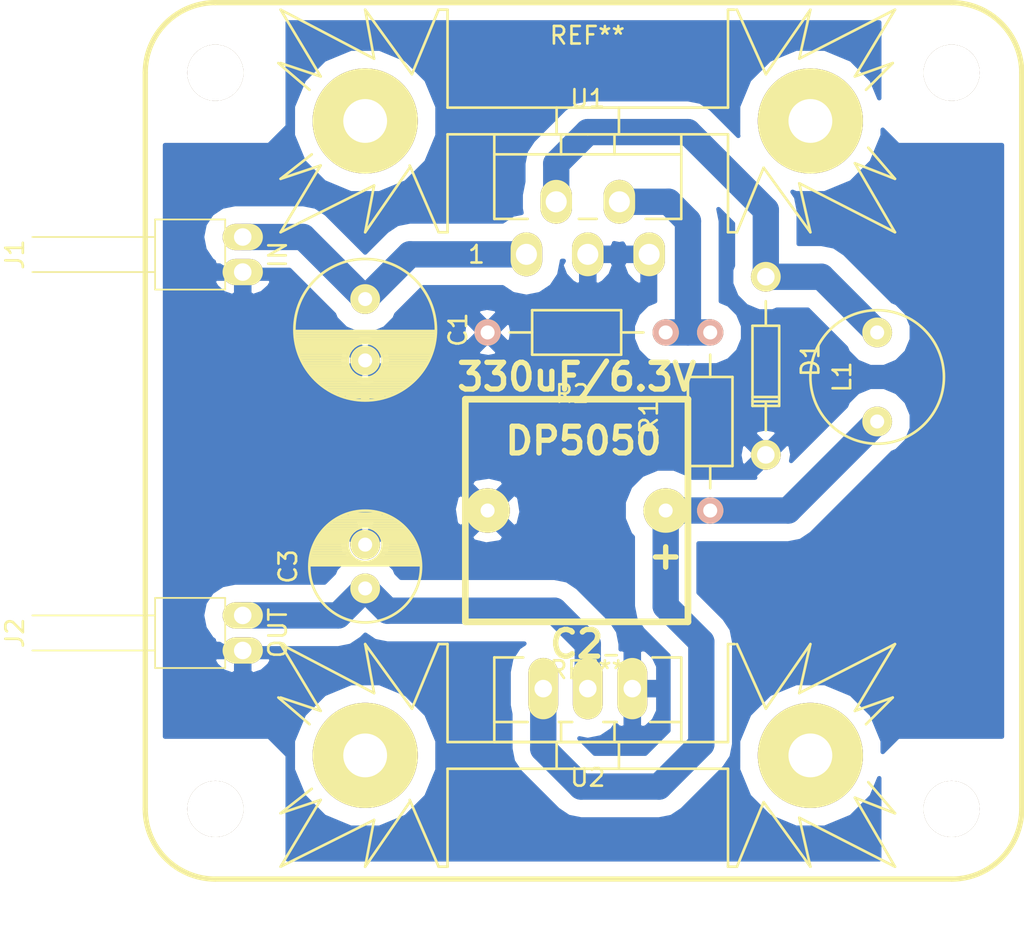
<source format=kicad_pcb>
(kicad_pcb (version 4) (host pcbnew "(2015-06-16 BZR 5762, Git d3b3131)-product")

  (general
    (links 20)
    (no_connects 0)
    (area 21.427857 24.648919 80.351081 77.995)
    (thickness 1.6)
    (drawings 0)
    (tracks 32)
    (zones 0)
    (modules 14)
    (nets 7)
  )

  (page A4)
  (layers
    (0 F.Cu signal)
    (31 B.Cu signal)
    (32 B.Adhes user)
    (33 F.Adhes user)
    (34 B.Paste user)
    (35 F.Paste user)
    (36 B.SilkS user)
    (37 F.SilkS user)
    (38 B.Mask user)
    (39 F.Mask user)
    (40 Dwgs.User user)
    (41 Cmts.User user)
    (42 Eco1.User user)
    (43 Eco2.User user)
    (44 Edge.Cuts user)
    (45 Margin user)
    (46 B.CrtYd user)
    (47 F.CrtYd user)
    (48 B.Fab user)
    (49 F.Fab user)
  )

  (setup
    (last_trace_width 0.25)
    (user_trace_width 0.5)
    (user_trace_width 1)
    (user_trace_width 1.5)
    (user_trace_width 2)
    (trace_clearance 0.2)
    (zone_clearance 1)
    (zone_45_only no)
    (trace_min 0.2)
    (segment_width 0.2)
    (edge_width 0.1)
    (via_size 0.6)
    (via_drill 0.4)
    (via_min_size 0.4)
    (via_min_drill 0.3)
    (uvia_size 0.3)
    (uvia_drill 0.1)
    (uvias_allowed no)
    (uvia_min_size 0.2)
    (uvia_min_drill 0.1)
    (pcb_text_width 0.3)
    (pcb_text_size 1.5 1.5)
    (mod_edge_width 0.15)
    (mod_text_size 1 1)
    (mod_text_width 0.15)
    (pad_size 6 6)
    (pad_drill 3.2004)
    (pad_to_mask_clearance 0)
    (aux_axis_origin 0 0)
    (visible_elements 7FFFFFFF)
    (pcbplotparams
      (layerselection 0x00030_80000001)
      (usegerberextensions false)
      (excludeedgelayer true)
      (linewidth 0.100000)
      (plotframeref false)
      (viasonmask false)
      (mode 1)
      (useauxorigin false)
      (hpglpennumber 1)
      (hpglpenspeed 20)
      (hpglpendiameter 15)
      (hpglpenoverlay 2)
      (psnegative false)
      (psa4output false)
      (plotreference true)
      (plotvalue true)
      (plotinvisibletext false)
      (padsonsilk false)
      (subtractmaskfromsilk false)
      (outputformat 1)
      (mirror false)
      (drillshape 1)
      (scaleselection 1)
      (outputdirectory ""))
  )

  (net 0 "")
  (net 1 GND)
  (net 2 "Net-(C1-Pad1)")
  (net 3 "Net-(C2-Pad1)")
  (net 4 "Net-(C3-Pad1)")
  (net 5 "Net-(D1-Pad2)")
  (net 6 "Net-(R1-Pad2)")

  (net_class Default "This is the default net class."
    (clearance 0.2)
    (trace_width 0.25)
    (via_dia 0.6)
    (via_drill 0.4)
    (uvia_dia 0.3)
    (uvia_drill 0.1)
    (add_net GND)
    (add_net "Net-(C1-Pad1)")
    (add_net "Net-(C2-Pad1)")
    (add_net "Net-(C3-Pad1)")
    (add_net "Net-(D1-Pad2)")
    (add_net "Net-(R1-Pad2)")
  )

  (module Capacitors_ThroughHole:C_Radial_D8_L11.5_P3.5 (layer F.Cu) (tedit 56036A60) (tstamp 5602F745)
    (at 42.545 41.91 270)
    (descr "Radial Electrolytic Capacitor Diameter 8mm x Length 11.5mm, Pitch 3.5mm")
    (tags "Electrolytic Capacitor")
    (path /5602186D)
    (fp_text reference C1 (at 1.75 -5.3 270) (layer F.SilkS)
      (effects (font (size 1 1) (thickness 0.15)))
    )
    (fp_text value 100uF/63V (at 1.75 5.3 270) (layer F.Fab)
      (effects (font (size 1 1) (thickness 0.15)))
    )
    (fp_line (start 1.825 -3.999) (end 1.825 3.999) (layer F.SilkS) (width 0.15))
    (fp_line (start 1.965 -3.994) (end 1.965 3.994) (layer F.SilkS) (width 0.15))
    (fp_line (start 2.105 -3.984) (end 2.105 3.984) (layer F.SilkS) (width 0.15))
    (fp_line (start 2.245 -3.969) (end 2.245 3.969) (layer F.SilkS) (width 0.15))
    (fp_line (start 2.385 -3.949) (end 2.385 3.949) (layer F.SilkS) (width 0.15))
    (fp_line (start 2.525 -3.924) (end 2.525 -0.222) (layer F.SilkS) (width 0.15))
    (fp_line (start 2.525 0.222) (end 2.525 3.924) (layer F.SilkS) (width 0.15))
    (fp_line (start 2.665 -3.894) (end 2.665 -0.55) (layer F.SilkS) (width 0.15))
    (fp_line (start 2.665 0.55) (end 2.665 3.894) (layer F.SilkS) (width 0.15))
    (fp_line (start 2.805 -3.858) (end 2.805 -0.719) (layer F.SilkS) (width 0.15))
    (fp_line (start 2.805 0.719) (end 2.805 3.858) (layer F.SilkS) (width 0.15))
    (fp_line (start 2.945 -3.817) (end 2.945 -0.832) (layer F.SilkS) (width 0.15))
    (fp_line (start 2.945 0.832) (end 2.945 3.817) (layer F.SilkS) (width 0.15))
    (fp_line (start 3.085 -3.771) (end 3.085 -0.91) (layer F.SilkS) (width 0.15))
    (fp_line (start 3.085 0.91) (end 3.085 3.771) (layer F.SilkS) (width 0.15))
    (fp_line (start 3.225 -3.718) (end 3.225 -0.961) (layer F.SilkS) (width 0.15))
    (fp_line (start 3.225 0.961) (end 3.225 3.718) (layer F.SilkS) (width 0.15))
    (fp_line (start 3.365 -3.659) (end 3.365 -0.991) (layer F.SilkS) (width 0.15))
    (fp_line (start 3.365 0.991) (end 3.365 3.659) (layer F.SilkS) (width 0.15))
    (fp_line (start 3.505 -3.594) (end 3.505 -1) (layer F.SilkS) (width 0.15))
    (fp_line (start 3.505 1) (end 3.505 3.594) (layer F.SilkS) (width 0.15))
    (fp_line (start 3.645 -3.523) (end 3.645 -0.989) (layer F.SilkS) (width 0.15))
    (fp_line (start 3.645 0.989) (end 3.645 3.523) (layer F.SilkS) (width 0.15))
    (fp_line (start 3.785 -3.444) (end 3.785 -0.959) (layer F.SilkS) (width 0.15))
    (fp_line (start 3.785 0.959) (end 3.785 3.444) (layer F.SilkS) (width 0.15))
    (fp_line (start 3.925 -3.357) (end 3.925 -0.905) (layer F.SilkS) (width 0.15))
    (fp_line (start 3.925 0.905) (end 3.925 3.357) (layer F.SilkS) (width 0.15))
    (fp_line (start 4.065 -3.262) (end 4.065 -0.825) (layer F.SilkS) (width 0.15))
    (fp_line (start 4.065 0.825) (end 4.065 3.262) (layer F.SilkS) (width 0.15))
    (fp_line (start 4.205 -3.158) (end 4.205 -0.709) (layer F.SilkS) (width 0.15))
    (fp_line (start 4.205 0.709) (end 4.205 3.158) (layer F.SilkS) (width 0.15))
    (fp_line (start 4.345 -3.044) (end 4.345 -0.535) (layer F.SilkS) (width 0.15))
    (fp_line (start 4.345 0.535) (end 4.345 3.044) (layer F.SilkS) (width 0.15))
    (fp_line (start 4.485 -2.919) (end 4.485 -0.173) (layer F.SilkS) (width 0.15))
    (fp_line (start 4.485 0.173) (end 4.485 2.919) (layer F.SilkS) (width 0.15))
    (fp_line (start 4.625 -2.781) (end 4.625 2.781) (layer F.SilkS) (width 0.15))
    (fp_line (start 4.765 -2.629) (end 4.765 2.629) (layer F.SilkS) (width 0.15))
    (fp_line (start 4.905 -2.459) (end 4.905 2.459) (layer F.SilkS) (width 0.15))
    (fp_line (start 5.045 -2.268) (end 5.045 2.268) (layer F.SilkS) (width 0.15))
    (fp_line (start 5.185 -2.05) (end 5.185 2.05) (layer F.SilkS) (width 0.15))
    (fp_line (start 5.325 -1.794) (end 5.325 1.794) (layer F.SilkS) (width 0.15))
    (fp_line (start 5.465 -1.483) (end 5.465 1.483) (layer F.SilkS) (width 0.15))
    (fp_line (start 5.605 -1.067) (end 5.605 1.067) (layer F.SilkS) (width 0.15))
    (fp_line (start 5.745 -0.2) (end 5.745 0.2) (layer F.SilkS) (width 0.15))
    (fp_circle (center 3.5 0) (end 3.5 -1) (layer F.SilkS) (width 0.15))
    (fp_circle (center 1.75 0) (end 1.75 -4.0375) (layer F.SilkS) (width 0.15))
    (fp_circle (center 1.75 0) (end 1.75 -4.3) (layer F.CrtYd) (width 0.05))
    (pad 2 thru_hole circle (at 3.5 0 270) (size 1.7 1.7) (drill 0.8) (layers *.Cu *.Mask F.SilkS)
      (net 1 GND))
    (pad 1 thru_hole circle (at 0 0 270) (size 1.7 1.7) (drill 0.8) (layers *.Cu *.Mask F.SilkS)
      (net 2 "Net-(C1-Pad1)"))
    (model Capacitors_ThroughHole.3dshapes/C_Radial_D8_L11.5_P3.5.wrl
      (at (xyz 0 0 0))
      (scale (xyz 1 1 1))
      (rotate (xyz 0 0 0))
    )
  )

  (module suf_capacitor:C4P_5X5 (layer F.Cu) (tedit 4AD8C16D) (tstamp 5602F750)
    (at 54.61 53.975 180)
    (path /560221F1)
    (fp_text reference C2 (at 0 -7.62 180) (layer F.SilkS)
      (effects (font (thickness 0.3048)))
    )
    (fp_text value 330uF/6.3V (at 0 7.62 180) (layer F.SilkS)
      (effects (font (thickness 0.3048)))
    )
    (fp_text user + (at -5.08 -2.54 180) (layer F.SilkS)
      (effects (font (thickness 0.3048)))
    )
    (fp_line (start -6.35 -6.35) (end 6.35 -6.35) (layer F.SilkS) (width 0.381))
    (fp_line (start 6.35 -6.35) (end 6.35 6.35) (layer F.SilkS) (width 0.381))
    (fp_line (start 6.35 6.35) (end -6.35 6.35) (layer F.SilkS) (width 0.381))
    (fp_line (start -6.35 6.35) (end -6.35 -6.35) (layer F.SilkS) (width 0.381))
    (pad 1 thru_hole circle (at -5.08 0 180) (size 2.54 2.54) (drill 0.8001) (layers *.Cu *.Mask F.SilkS)
      (net 3 "Net-(C2-Pad1)"))
    (pad 2 thru_hole circle (at 5.08 0 180) (size 2.54 2.54) (drill 0.8001) (layers *.Cu *.Mask F.SilkS)
      (net 1 GND))
  )

  (module Capacitors_ThroughHole:C_Radial_D6.3_L11.2_P2.5 (layer F.Cu) (tedit 56036A7D) (tstamp 5602F77D)
    (at 42.545 58.42 90)
    (descr "Radial Electrolytic Capacitor, Diameter 6.3mm x Length 11.2mm, Pitch 2.5mm")
    (tags "Electrolytic Capacitor")
    (path /56021A70)
    (fp_text reference C3 (at 1.25 -4.4 90) (layer F.SilkS)
      (effects (font (size 1 1) (thickness 0.15)))
    )
    (fp_text value 10uF/6,3V (at 1.25 4.4 90) (layer F.Fab)
      (effects (font (size 1 1) (thickness 0.15)))
    )
    (fp_line (start 1.325 -3.149) (end 1.325 3.149) (layer F.SilkS) (width 0.15))
    (fp_line (start 1.465 -3.143) (end 1.465 3.143) (layer F.SilkS) (width 0.15))
    (fp_line (start 1.605 -3.13) (end 1.605 -0.446) (layer F.SilkS) (width 0.15))
    (fp_line (start 1.605 0.446) (end 1.605 3.13) (layer F.SilkS) (width 0.15))
    (fp_line (start 1.745 -3.111) (end 1.745 -0.656) (layer F.SilkS) (width 0.15))
    (fp_line (start 1.745 0.656) (end 1.745 3.111) (layer F.SilkS) (width 0.15))
    (fp_line (start 1.885 -3.085) (end 1.885 -0.789) (layer F.SilkS) (width 0.15))
    (fp_line (start 1.885 0.789) (end 1.885 3.085) (layer F.SilkS) (width 0.15))
    (fp_line (start 2.025 -3.053) (end 2.025 -0.88) (layer F.SilkS) (width 0.15))
    (fp_line (start 2.025 0.88) (end 2.025 3.053) (layer F.SilkS) (width 0.15))
    (fp_line (start 2.165 -3.014) (end 2.165 -0.942) (layer F.SilkS) (width 0.15))
    (fp_line (start 2.165 0.942) (end 2.165 3.014) (layer F.SilkS) (width 0.15))
    (fp_line (start 2.305 -2.968) (end 2.305 -0.981) (layer F.SilkS) (width 0.15))
    (fp_line (start 2.305 0.981) (end 2.305 2.968) (layer F.SilkS) (width 0.15))
    (fp_line (start 2.445 -2.915) (end 2.445 -0.998) (layer F.SilkS) (width 0.15))
    (fp_line (start 2.445 0.998) (end 2.445 2.915) (layer F.SilkS) (width 0.15))
    (fp_line (start 2.585 -2.853) (end 2.585 -0.996) (layer F.SilkS) (width 0.15))
    (fp_line (start 2.585 0.996) (end 2.585 2.853) (layer F.SilkS) (width 0.15))
    (fp_line (start 2.725 -2.783) (end 2.725 -0.974) (layer F.SilkS) (width 0.15))
    (fp_line (start 2.725 0.974) (end 2.725 2.783) (layer F.SilkS) (width 0.15))
    (fp_line (start 2.865 -2.704) (end 2.865 -0.931) (layer F.SilkS) (width 0.15))
    (fp_line (start 2.865 0.931) (end 2.865 2.704) (layer F.SilkS) (width 0.15))
    (fp_line (start 3.005 -2.616) (end 3.005 -0.863) (layer F.SilkS) (width 0.15))
    (fp_line (start 3.005 0.863) (end 3.005 2.616) (layer F.SilkS) (width 0.15))
    (fp_line (start 3.145 -2.516) (end 3.145 -0.764) (layer F.SilkS) (width 0.15))
    (fp_line (start 3.145 0.764) (end 3.145 2.516) (layer F.SilkS) (width 0.15))
    (fp_line (start 3.285 -2.404) (end 3.285 -0.619) (layer F.SilkS) (width 0.15))
    (fp_line (start 3.285 0.619) (end 3.285 2.404) (layer F.SilkS) (width 0.15))
    (fp_line (start 3.425 -2.279) (end 3.425 -0.38) (layer F.SilkS) (width 0.15))
    (fp_line (start 3.425 0.38) (end 3.425 2.279) (layer F.SilkS) (width 0.15))
    (fp_line (start 3.565 -2.136) (end 3.565 2.136) (layer F.SilkS) (width 0.15))
    (fp_line (start 3.705 -1.974) (end 3.705 1.974) (layer F.SilkS) (width 0.15))
    (fp_line (start 3.845 -1.786) (end 3.845 1.786) (layer F.SilkS) (width 0.15))
    (fp_line (start 3.985 -1.563) (end 3.985 1.563) (layer F.SilkS) (width 0.15))
    (fp_line (start 4.125 -1.287) (end 4.125 1.287) (layer F.SilkS) (width 0.15))
    (fp_line (start 4.265 -0.912) (end 4.265 0.912) (layer F.SilkS) (width 0.15))
    (fp_circle (center 2.5 0) (end 2.5 -1) (layer F.SilkS) (width 0.15))
    (fp_circle (center 1.25 0) (end 1.25 -3.1875) (layer F.SilkS) (width 0.15))
    (fp_circle (center 1.25 0) (end 1.25 -3.4) (layer F.CrtYd) (width 0.05))
    (pad 2 thru_hole circle (at 2.5 0 90) (size 1.7 1.7) (drill 0.8) (layers *.Cu *.Mask F.SilkS)
      (net 1 GND))
    (pad 1 thru_hole circle (at 0 0 90) (size 1.7 1.7) (drill 0.8) (layers *.Cu *.Mask F.SilkS)
      (net 4 "Net-(C3-Pad1)"))
    (model Capacitors_ThroughHole.3dshapes/C_Radial_D6.3_L11.2_P2.5.wrl
      (at (xyz 0 0 0))
      (scale (xyz 1 1 1))
      (rotate (xyz 0 0 0))
    )
  )

  (module Diodes_ThroughHole:Diode_DO-35_SOD27_Horizontal_RM10 (layer F.Cu) (tedit 56061C1A) (tstamp 5602F783)
    (at 65.405 50.8 90)
    (descr "Diode, DO-35,  SOD27, Horizontal, RM 10mm")
    (tags "Diode, DO-35, SOD27, Horizontal, RM 10mm, 1N4148,")
    (path /56022153)
    (fp_text reference D1 (at 5.43052 2.53746 90) (layer F.SilkS)
      (effects (font (size 1 1) (thickness 0.15)))
    )
    (fp_text value 1N5819 (at 4.8 0.595 90) (layer F.Fab)
      (effects (font (size 1 1) (thickness 0.15)))
    )
    (fp_line (start 7.36652 -0.00254) (end 8.76352 -0.00254) (layer F.SilkS) (width 0.15))
    (fp_line (start 2.92152 -0.00254) (end 1.39752 -0.00254) (layer F.SilkS) (width 0.15))
    (fp_line (start 3.30252 -0.76454) (end 3.30252 0.75946) (layer F.SilkS) (width 0.15))
    (fp_line (start 3.04852 -0.76454) (end 3.04852 0.75946) (layer F.SilkS) (width 0.15))
    (fp_line (start 2.79452 -0.00254) (end 2.79452 0.75946) (layer F.SilkS) (width 0.15))
    (fp_line (start 2.79452 0.75946) (end 7.36652 0.75946) (layer F.SilkS) (width 0.15))
    (fp_line (start 7.36652 0.75946) (end 7.36652 -0.76454) (layer F.SilkS) (width 0.15))
    (fp_line (start 7.36652 -0.76454) (end 2.79452 -0.76454) (layer F.SilkS) (width 0.15))
    (fp_line (start 2.79452 -0.76454) (end 2.79452 -0.00254) (layer F.SilkS) (width 0.15))
    (pad 2 thru_hole circle (at 10.16052 -0.00254 270) (size 1.7 1.7) (drill 1) (layers *.Cu *.Mask F.SilkS)
      (net 5 "Net-(D1-Pad2)"))
    (pad 1 thru_hole circle (at 0.00052 -0.00254 270) (size 1.7 1.7) (drill 1) (layers *.Cu *.Mask F.SilkS)
      (net 1 GND))
    (model Diodes_ThroughHole.3dshapes/Diode_DO-35_SOD27_Horizontal_RM10.wrl
      (at (xyz 0.2 0 0))
      (scale (xyz 0.4 0.4 0.4))
      (rotate (xyz 0 0 180))
    )
  )

  (module Inductors:INDUCTOR_V (layer F.Cu) (tedit 560369E8) (tstamp 5602F795)
    (at 71.755 46.355 270)
    (descr "Inductor (vertical)")
    (tags INDUCTOR)
    (path /560221A6)
    (fp_text reference L1 (at 0 1.99898 270) (layer F.SilkS)
      (effects (font (size 1 1) (thickness 0.15)))
    )
    (fp_text value 330uH (at 0.09906 -1.99898 270) (layer F.Fab)
      (effects (font (size 1 1) (thickness 0.15)))
    )
    (fp_circle (center 0 0) (end 3.81 0) (layer F.SilkS) (width 0.15))
    (pad 1 thru_hole circle (at -2.54 0 270) (size 1.7 1.7) (drill 0.8) (layers *.Cu *.Mask F.SilkS)
      (net 5 "Net-(D1-Pad2)"))
    (pad 2 thru_hole circle (at 2.54 0 270) (size 1.7 1.7) (drill 0.8) (layers *.Cu *.Mask F.SilkS)
      (net 3 "Net-(C2-Pad1)"))
    (model Inductors.3dshapes/INDUCTOR_V.wrl
      (at (xyz 0 0 0))
      (scale (xyz 2 2 2))
      (rotate (xyz 0 0 0))
    )
  )

  (module Resistors_ThroughHole:Resistor_Horizontal_RM10mm (layer F.Cu) (tedit 56061C14) (tstamp 5602F79B)
    (at 62.23 48.895 90)
    (descr "Resistor, Axial,  RM 10mm, 1/3W,")
    (tags "Resistor, Axial, RM 10mm, 1/3W,")
    (path /560223C7)
    (fp_text reference R1 (at 0.24892 -3.50012 90) (layer F.SilkS)
      (effects (font (size 1 1) (thickness 0.15)))
    )
    (fp_text value 10K (at -0.105 -0.23 90) (layer F.Fab)
      (effects (font (size 1 1) (thickness 0.15)))
    )
    (fp_line (start -2.54 -1.27) (end 2.54 -1.27) (layer F.SilkS) (width 0.15))
    (fp_line (start 2.54 -1.27) (end 2.54 1.27) (layer F.SilkS) (width 0.15))
    (fp_line (start 2.54 1.27) (end -2.54 1.27) (layer F.SilkS) (width 0.15))
    (fp_line (start -2.54 1.27) (end -2.54 -1.27) (layer F.SilkS) (width 0.15))
    (fp_line (start -2.54 0) (end -3.81 0) (layer F.SilkS) (width 0.15))
    (fp_line (start 2.54 0) (end 3.81 0) (layer F.SilkS) (width 0.15))
    (pad 1 thru_hole circle (at -5.08 0 90) (size 1.5 1.5) (drill 0.8) (layers *.Cu *.SilkS *.Mask)
      (net 3 "Net-(C2-Pad1)"))
    (pad 2 thru_hole circle (at 5.08 0 90) (size 1.5 1.5) (drill 0.8) (layers *.Cu *.SilkS *.Mask)
      (net 6 "Net-(R1-Pad2)"))
    (model Resistors_ThroughHole.3dshapes/Resistor_Horizontal_RM10mm.wrl
      (at (xyz 0 0 0))
      (scale (xyz 0.4 0.4 0.4))
      (rotate (xyz 0 0 0))
    )
  )

  (module Resistors_ThroughHole:Resistor_Horizontal_RM10mm (layer F.Cu) (tedit 56061C4B) (tstamp 5602F7A1)
    (at 54.61 43.815 180)
    (descr "Resistor, Axial,  RM 10mm, 1/3W,")
    (tags "Resistor, Axial, RM 10mm, 1/3W,")
    (path /5602243A)
    (fp_text reference R2 (at 0.24892 -3.50012 180) (layer F.SilkS)
      (effects (font (size 1 1) (thickness 0.15)))
    )
    (fp_text value 3,3K (at -0.39 -0.185 180) (layer F.Fab)
      (effects (font (size 1 1) (thickness 0.15)))
    )
    (fp_line (start -2.54 -1.27) (end 2.54 -1.27) (layer F.SilkS) (width 0.15))
    (fp_line (start 2.54 -1.27) (end 2.54 1.27) (layer F.SilkS) (width 0.15))
    (fp_line (start 2.54 1.27) (end -2.54 1.27) (layer F.SilkS) (width 0.15))
    (fp_line (start -2.54 1.27) (end -2.54 -1.27) (layer F.SilkS) (width 0.15))
    (fp_line (start -2.54 0) (end -3.81 0) (layer F.SilkS) (width 0.15))
    (fp_line (start 2.54 0) (end 3.81 0) (layer F.SilkS) (width 0.15))
    (pad 1 thru_hole circle (at -5.08 0 180) (size 1.5 1.5) (drill 0.8) (layers *.Cu *.SilkS *.Mask)
      (net 6 "Net-(R1-Pad2)"))
    (pad 2 thru_hole circle (at 5.08 0 180) (size 1.5 1.5) (drill 0.8) (layers *.Cu *.SilkS *.Mask)
      (net 1 GND))
    (model Resistors_ThroughHole.3dshapes/Resistor_Horizontal_RM10mm.wrl
      (at (xyz 0 0 0))
      (scale (xyz 0.4 0.4 0.4))
      (rotate (xyz 0 0 0))
    )
  )

  (module Power_Packages_ThroughHole:Pentawatt_Neutral_Staggered_Verical_TO220-5-T05D (layer F.Cu) (tedit 56061C25) (tstamp 5602F7AA)
    (at 55.245 35.56)
    (descr "Pentawatt, Neutral, Staggered, Verical, TO220-5, T05D,")
    (tags "Pentawatt, Neutral, Staggered, Verical, TO220-5, T05D,")
    (path /56021C61)
    (fp_text reference U1 (at 0 -5.08) (layer F.SilkS)
      (effects (font (size 1 1) (thickness 0.15)))
    )
    (fp_text value LM2575 (at -0.245 -0.56) (layer F.Fab)
      (effects (font (size 1 1) (thickness 0.15)))
    )
    (fp_text user 1 (at -6.35 3.81) (layer F.SilkS)
      (effects (font (size 1 1) (thickness 0.15)))
    )
    (fp_line (start 3.302 1.778) (end 5.334 1.778) (layer F.SilkS) (width 0.15))
    (fp_line (start -0.508 1.778) (end 0.508 1.778) (layer F.SilkS) (width 0.15))
    (fp_line (start -5.334 1.778) (end -3.429 1.778) (layer F.SilkS) (width 0.15))
    (fp_line (start -1.524 -3.048) (end -1.524 -1.905) (layer F.SilkS) (width 0.15))
    (fp_line (start 1.524 -3.048) (end 1.524 -1.905) (layer F.SilkS) (width 0.15))
    (fp_line (start 5.334 -1.905) (end 5.334 1.778) (layer F.SilkS) (width 0.15))
    (fp_line (start -5.334 1.778) (end -5.334 -1.905) (layer F.SilkS) (width 0.15))
    (fp_line (start 5.334 -3.048) (end 5.334 -1.905) (layer F.SilkS) (width 0.15))
    (fp_line (start 5.334 -1.905) (end -5.334 -1.905) (layer F.SilkS) (width 0.15))
    (fp_line (start -5.334 -1.905) (end -5.334 -3.048) (layer F.SilkS) (width 0.15))
    (fp_line (start 0 -3.048) (end -5.334 -3.048) (layer F.SilkS) (width 0.15))
    (fp_line (start 0 -3.048) (end 5.334 -3.048) (layer F.SilkS) (width 0.15))
    (pad 3 thru_hole oval (at 0 3.79984 90) (size 2.49936 1.80086) (drill 1.19888) (layers *.Cu *.Mask F.SilkS)
      (net 1 GND))
    (pad 1 thru_hole oval (at -3.50012 3.79984 90) (size 2.49936 1.80086) (drill 1.19888) (layers *.Cu *.Mask F.SilkS)
      (net 2 "Net-(C1-Pad1)"))
    (pad 5 thru_hole oval (at 3.50012 3.79984 90) (size 2.49936 1.80086) (drill 1.19888) (layers *.Cu *.Mask F.SilkS)
      (net 1 GND))
    (pad 4 thru_hole oval (at 1.80086 0.8001 90) (size 2.49936 1.80086) (drill 1.19888) (layers *.Cu *.Mask F.SilkS)
      (net 6 "Net-(R1-Pad2)"))
    (pad 2 thru_hole oval (at -1.80086 0.8001 90) (size 2.49936 1.80086) (drill 1.19888) (layers *.Cu *.Mask F.SilkS)
      (net 5 "Net-(D1-Pad2)"))
    (model Power_Packages_ThroughHole.3dshapes/Pentawatt_Neutral_Staggered_Verical_TO220-5-T05D.wrl
      (at (xyz 0 0 0))
      (scale (xyz 0.3937 0.3937 0.3937))
      (rotate (xyz 0 0 0))
    )
  )

  (module Transistors_TO-220:TO-220_Neutral123_Vertical_LargePads (layer F.Cu) (tedit 5606262C) (tstamp 5602F7B1)
    (at 55.245 64.135 180)
    (descr "TO-220, Neutral, Vertical, Large Pads,")
    (tags "TO-220, Neutral, Vertical, Large Pads,")
    (path /56021FF6)
    (fp_text reference U2 (at 0 -5.08 180) (layer F.SilkS)
      (effects (font (size 1 1) (thickness 0.15)))
    )
    (fp_text value LD1117V33 (at 0.245 -2.865 180) (layer F.Fab)
      (effects (font (size 1 1) (thickness 0.15)))
    )
    (fp_line (start 5.334 -1.905) (end 3.429 -1.905) (layer F.SilkS) (width 0.15))
    (fp_line (start 0.889 -1.905) (end 1.651 -1.905) (layer F.SilkS) (width 0.15))
    (fp_line (start -1.524 -1.905) (end -1.651 -1.905) (layer F.SilkS) (width 0.15))
    (fp_line (start -1.524 -1.905) (end -0.889 -1.905) (layer F.SilkS) (width 0.15))
    (fp_line (start -5.334 -1.905) (end -3.556 -1.905) (layer F.SilkS) (width 0.15))
    (fp_line (start -5.334 1.778) (end -3.683 1.778) (layer F.SilkS) (width 0.15))
    (fp_line (start -1.016 1.905) (end -1.651 1.905) (layer F.SilkS) (width 0.15))
    (fp_line (start 1.524 1.905) (end 0.889 1.905) (layer F.SilkS) (width 0.15))
    (fp_line (start 5.334 1.778) (end 3.683 1.778) (layer F.SilkS) (width 0.15))
    (fp_line (start -1.524 -3.048) (end -1.524 -1.905) (layer F.SilkS) (width 0.15))
    (fp_line (start 1.524 -3.048) (end 1.524 -1.905) (layer F.SilkS) (width 0.15))
    (fp_line (start 5.334 -1.905) (end 5.334 1.778) (layer F.SilkS) (width 0.15))
    (fp_line (start -5.334 1.778) (end -5.334 -1.905) (layer F.SilkS) (width 0.15))
    (fp_line (start 5.334 -3.048) (end 5.334 -1.905) (layer F.SilkS) (width 0.15))
    (fp_line (start -5.334 -1.905) (end -5.334 -3.048) (layer F.SilkS) (width 0.15))
    (fp_line (start 0 -3.048) (end -5.334 -3.048) (layer F.SilkS) (width 0.15))
    (fp_line (start 0 -3.048) (end 5.334 -3.048) (layer F.SilkS) (width 0.15))
    (pad 2 thru_hole oval (at 0 0 270) (size 3.5 1.7) (drill 1) (layers *.Cu *.Mask F.SilkS)
      (net 4 "Net-(C3-Pad1)"))
    (pad 1 thru_hole oval (at -2.54 0 270) (size 3.5 1.7) (drill 1) (layers *.Cu *.Mask F.SilkS)
      (net 1 GND))
    (pad 3 thru_hole oval (at 2.54 0 270) (size 3.5 1.7) (drill 1) (layers *.Cu *.Mask F.SilkS)
      (net 3 "Net-(C2-Pad1)"))
    (model Transistors_TO-220.3dshapes/TO-220_Neutral123_Vertical_LargePads.wrl
      (at (xyz 0 0 0))
      (scale (xyz 0.3937 0.3937 0.3937))
      (rotate (xyz 0 0 0))
    )
  )

  (module Heatsinks:Heatsink_Fischer_SK104-STC-STIC_35x13mm_2xDrill2.5mm (layer F.Cu) (tedit 56061C36) (tstamp 560305BC)
    (at 55.245 31.75)
    (descr "Heatsink, 35mm x 13mm, 2x Fixation 2,5mm Drill, Soldering, Fischer SK104-STC-STIC,")
    (tags "Heatsink, 35mm x 13mm, 2x Fixation 2,5mm Drill, Soldering, Fischer SK104-STC-STIC, Kuehlkoerper,  Strangkuehlkoerper, Loetbefestigung, for TO-220")
    (fp_text reference REF** (at -0.025 -4.875) (layer F.SilkS)
      (effects (font (size 1 1) (thickness 0.15)))
    )
    (fp_text value ~ (at 0.65 9.075) (layer F.Fab)
      (effects (font (size 1 1) (thickness 0.15)))
    )
    (fp_line (start -1.778 -0.762) (end -1.778 0.762) (layer F.SilkS) (width 0.15))
    (fp_line (start 1.778 -0.762) (end 1.778 0.762) (layer F.SilkS) (width 0.15))
    (fp_line (start -8.509 6.35) (end -8.001 6.35) (layer F.SilkS) (width 0.15))
    (fp_line (start 17.526 -6.35) (end 12.065 -3.556) (layer F.SilkS) (width 0.15))
    (fp_line (start 12.065 -3.556) (end 12.7 -6.35) (layer F.SilkS) (width 0.15))
    (fp_line (start -10.033 -2.667) (end -12.7 -6.35) (layer F.SilkS) (width 0.15))
    (fp_line (start -12.7 -6.35) (end -12.192 -3.556) (layer F.SilkS) (width 0.15))
    (fp_line (start -12.192 -3.556) (end -17.526 -6.35) (layer F.SilkS) (width 0.15))
    (fp_line (start -10.16 2.667) (end -12.7 6.35) (layer F.SilkS) (width 0.15))
    (fp_line (start -12.7 6.35) (end -12.192 3.683) (layer F.SilkS) (width 0.15))
    (fp_line (start -12.192 3.683) (end -17.526 6.35) (layer F.SilkS) (width 0.15))
    (fp_line (start -15.24 2.54) (end -17.526 6.35) (layer F.SilkS) (width 0.15))
    (fp_line (start -15.24 -2.54) (end -17.526 -6.35) (layer F.SilkS) (width 0.15))
    (fp_line (start 8.001 -6.35) (end 8.382 -6.35) (layer F.SilkS) (width 0.15))
    (fp_line (start 8.001 6.35) (end 8.509 6.35) (layer F.SilkS) (width 0.15))
    (fp_line (start 10.033 2.667) (end 12.7 6.35) (layer F.SilkS) (width 0.15))
    (fp_line (start 12.7 6.35) (end 12.065 3.556) (layer F.SilkS) (width 0.15))
    (fp_line (start 12.065 3.556) (end 17.526 6.35) (layer F.SilkS) (width 0.15))
    (fp_line (start 15.24 2.413) (end 17.526 3.302) (layer F.SilkS) (width 0.15))
    (fp_line (start 17.526 3.302) (end 16.002 1.524) (layer F.SilkS) (width 0.15))
    (fp_line (start 17.526 6.35) (end 15.24 2.413) (layer F.SilkS) (width 0.15))
    (fp_line (start 15.24 -2.54) (end 17.399 -3.302) (layer F.SilkS) (width 0.15))
    (fp_line (start 17.399 -3.302) (end 15.875 -1.778) (layer F.SilkS) (width 0.15))
    (fp_line (start 17.526 -6.35) (end 15.24 -2.54) (layer F.SilkS) (width 0.15))
    (fp_line (start 10.16 -2.667) (end 12.7 -6.35) (layer F.SilkS) (width 0.15))
    (fp_line (start 8.509 6.35) (end 10.033 2.667) (layer F.SilkS) (width 0.15))
    (fp_line (start 8.509 -6.35) (end 10.16 -2.667) (layer F.SilkS) (width 0.15))
    (fp_line (start -8.509 6.35) (end -10.16 2.54) (layer F.SilkS) (width 0.15))
    (fp_line (start -8.001 -6.35) (end -8.509 -6.35) (layer F.SilkS) (width 0.15))
    (fp_line (start -8.509 -6.35) (end -10.033 -2.667) (layer F.SilkS) (width 0.15))
    (fp_line (start -17.526 3.302) (end -15.748 1.905) (layer F.SilkS) (width 0.15))
    (fp_line (start -17.653 -3.302) (end -15.875 -1.778) (layer F.SilkS) (width 0.15))
    (fp_line (start -17.526 3.302) (end -15.24 2.54) (layer F.SilkS) (width 0.15))
    (fp_line (start -17.526 -3.302) (end -15.24 -2.54) (layer F.SilkS) (width 0.15))
    (fp_line (start 0 0.762) (end -8.001 0.762) (layer F.SilkS) (width 0.15))
    (fp_line (start -8.001 0.762) (end -8.001 6.35) (layer F.SilkS) (width 0.15))
    (fp_line (start 0 0.762) (end 8.001 0.762) (layer F.SilkS) (width 0.15))
    (fp_line (start 8.001 0.762) (end 8.001 6.35) (layer F.SilkS) (width 0.15))
    (fp_line (start 0 -0.762) (end -8.001 -0.762) (layer F.SilkS) (width 0.15))
    (fp_line (start -8.001 -0.762) (end -8.001 -6.35) (layer F.SilkS) (width 0.15))
    (fp_line (start 0 -0.762) (end 8.001 -0.762) (layer F.SilkS) (width 0.15))
    (fp_line (start 8.001 -0.762) (end 8.001 -6.35) (layer F.SilkS) (width 0.15))
    (pad 1 thru_hole circle (at 12.7 0) (size 5.99948 5.99948) (drill 2.49936) (layers *.Cu *.Mask F.SilkS))
    (pad 1 thru_hole circle (at -12.7 0) (size 5.99948 5.99948) (drill 2.49936) (layers *.Cu *.Mask F.SilkS))
  )

  (module Heatsinks:Heatsink_Fischer_SK104-STC-STIC_35x13mm_2xDrill2.5mm (layer F.Cu) (tedit 56061C41) (tstamp 56030C89)
    (at 55.245 67.945)
    (descr "Heatsink, 35mm x 13mm, 2x Fixation 2,5mm Drill, Soldering, Fischer SK104-STC-STIC,")
    (tags "Heatsink, 35mm x 13mm, 2x Fixation 2,5mm Drill, Soldering, Fischer SK104-STC-STIC, Kuehlkoerper,  Strangkuehlkoerper, Loetbefestigung, for TO-220")
    (fp_text reference REF** (at -0.025 -4.875) (layer F.SilkS)
      (effects (font (size 1 1) (thickness 0.15)))
    )
    (fp_text value ~ (at 0.65 9.075) (layer F.Fab)
      (effects (font (size 1 1) (thickness 0.15)))
    )
    (fp_line (start -1.778 -0.762) (end -1.778 0.762) (layer F.SilkS) (width 0.15))
    (fp_line (start 1.778 -0.762) (end 1.778 0.762) (layer F.SilkS) (width 0.15))
    (fp_line (start -8.509 6.35) (end -8.001 6.35) (layer F.SilkS) (width 0.15))
    (fp_line (start 17.526 -6.35) (end 12.065 -3.556) (layer F.SilkS) (width 0.15))
    (fp_line (start 12.065 -3.556) (end 12.7 -6.35) (layer F.SilkS) (width 0.15))
    (fp_line (start -10.033 -2.667) (end -12.7 -6.35) (layer F.SilkS) (width 0.15))
    (fp_line (start -12.7 -6.35) (end -12.192 -3.556) (layer F.SilkS) (width 0.15))
    (fp_line (start -12.192 -3.556) (end -17.526 -6.35) (layer F.SilkS) (width 0.15))
    (fp_line (start -10.16 2.667) (end -12.7 6.35) (layer F.SilkS) (width 0.15))
    (fp_line (start -12.7 6.35) (end -12.192 3.683) (layer F.SilkS) (width 0.15))
    (fp_line (start -12.192 3.683) (end -17.526 6.35) (layer F.SilkS) (width 0.15))
    (fp_line (start -15.24 2.54) (end -17.526 6.35) (layer F.SilkS) (width 0.15))
    (fp_line (start -15.24 -2.54) (end -17.526 -6.35) (layer F.SilkS) (width 0.15))
    (fp_line (start 8.001 -6.35) (end 8.382 -6.35) (layer F.SilkS) (width 0.15))
    (fp_line (start 8.001 6.35) (end 8.509 6.35) (layer F.SilkS) (width 0.15))
    (fp_line (start 10.033 2.667) (end 12.7 6.35) (layer F.SilkS) (width 0.15))
    (fp_line (start 12.7 6.35) (end 12.065 3.556) (layer F.SilkS) (width 0.15))
    (fp_line (start 12.065 3.556) (end 17.526 6.35) (layer F.SilkS) (width 0.15))
    (fp_line (start 15.24 2.413) (end 17.526 3.302) (layer F.SilkS) (width 0.15))
    (fp_line (start 17.526 3.302) (end 16.002 1.524) (layer F.SilkS) (width 0.15))
    (fp_line (start 17.526 6.35) (end 15.24 2.413) (layer F.SilkS) (width 0.15))
    (fp_line (start 15.24 -2.54) (end 17.399 -3.302) (layer F.SilkS) (width 0.15))
    (fp_line (start 17.399 -3.302) (end 15.875 -1.778) (layer F.SilkS) (width 0.15))
    (fp_line (start 17.526 -6.35) (end 15.24 -2.54) (layer F.SilkS) (width 0.15))
    (fp_line (start 10.16 -2.667) (end 12.7 -6.35) (layer F.SilkS) (width 0.15))
    (fp_line (start 8.509 6.35) (end 10.033 2.667) (layer F.SilkS) (width 0.15))
    (fp_line (start 8.509 -6.35) (end 10.16 -2.667) (layer F.SilkS) (width 0.15))
    (fp_line (start -8.509 6.35) (end -10.16 2.54) (layer F.SilkS) (width 0.15))
    (fp_line (start -8.001 -6.35) (end -8.509 -6.35) (layer F.SilkS) (width 0.15))
    (fp_line (start -8.509 -6.35) (end -10.033 -2.667) (layer F.SilkS) (width 0.15))
    (fp_line (start -17.526 3.302) (end -15.748 1.905) (layer F.SilkS) (width 0.15))
    (fp_line (start -17.653 -3.302) (end -15.875 -1.778) (layer F.SilkS) (width 0.15))
    (fp_line (start -17.526 3.302) (end -15.24 2.54) (layer F.SilkS) (width 0.15))
    (fp_line (start -17.526 -3.302) (end -15.24 -2.54) (layer F.SilkS) (width 0.15))
    (fp_line (start 0 0.762) (end -8.001 0.762) (layer F.SilkS) (width 0.15))
    (fp_line (start -8.001 0.762) (end -8.001 6.35) (layer F.SilkS) (width 0.15))
    (fp_line (start 0 0.762) (end 8.001 0.762) (layer F.SilkS) (width 0.15))
    (fp_line (start 8.001 0.762) (end 8.001 6.35) (layer F.SilkS) (width 0.15))
    (fp_line (start 0 -0.762) (end -8.001 -0.762) (layer F.SilkS) (width 0.15))
    (fp_line (start -8.001 -0.762) (end -8.001 -6.35) (layer F.SilkS) (width 0.15))
    (fp_line (start 0 -0.762) (end 8.001 -0.762) (layer F.SilkS) (width 0.15))
    (fp_line (start 8.001 -0.762) (end 8.001 -6.35) (layer F.SilkS) (width 0.15))
    (pad 1 thru_hole circle (at 12.7 0) (size 5.99948 5.99948) (drill 2.49936) (layers *.Cu *.Mask F.SilkS))
    (pad 1 thru_hole circle (at -12.7 0) (size 5.99948 5.99948) (drill 2.49936) (layers *.Cu *.Mask F.SilkS))
  )

  (module SOB:DP5050 (layer F.Cu) (tedit 5192A5EE) (tstamp 560315BE)
    (at 55 50)
    (fp_text reference DP5050 (at 0 0) (layer F.SilkS)
      (effects (font (thickness 0.3048)))
    )
    (fp_text value " " (at 0 0) (layer F.SilkS) hide
      (effects (font (thickness 0.3048)))
    )
    (fp_line (start -25.00122 21.00072) (end -25.00122 -21.00072) (layer F.SilkS) (width 0.29972))
    (fp_line (start 25.00122 -21.00072) (end 25.00122 21.00072) (layer F.SilkS) (width 0.29972))
    (fp_line (start 21.00072 -24.99868) (end -21.00072 -24.99868) (layer F.SilkS) (width 0.29972))
    (fp_line (start 21.00072 24.99868) (end -21.00072 24.99868) (layer F.SilkS) (width 0.29972))
    (fp_arc (start -21.00072 21.00072) (end -21.00072 25.00122) (angle 90) (layer F.SilkS) (width 0.29972))
    (fp_arc (start 21.00072 21.00072) (end 25.00122 21.00072) (angle 90) (layer F.SilkS) (width 0.29972))
    (fp_arc (start 21.00072 -21.00072) (end 21.00072 -25.00122) (angle 90) (layer F.SilkS) (width 0.29972))
    (fp_arc (start -21.00072 -21.00072) (end -25.00122 -21.00072) (angle 90) (layer F.SilkS) (width 0.29972))
    (pad "" thru_hole circle (at 21.00072 -21.00072) (size 3.2004 3.2004) (drill 3.2004) (layers *.Cu *.Mask F.SilkS)
      (clearance 1.39954))
    (pad "" thru_hole circle (at 21.00072 21.00072) (size 3.2004 3.2004) (drill 3.2004) (layers *.Cu *.Mask F.SilkS)
      (clearance 1.39954))
    (pad "" thru_hole circle (at -21.00072 21.00072) (size 3.2004 3.2004) (drill 3.2004) (layers *.Cu *.Mask F.SilkS)
      (clearance 1.39954))
    (pad "" thru_hole circle (at -21.00072 -21.00072) (size 3.2004 3.2004) (drill 3.2004) (layers *.Cu *.Mask F.SilkS)
      (clearance 1.39954))
  )

  (module suf_connector_ncw:CONN_NCW254-02R (layer F.Cu) (tedit 5603683E) (tstamp 5602F78F)
    (at 35.56 60.96 90)
    (path /56021A0F)
    (fp_text reference J2 (at 0 -13 90) (layer F.SilkS)
      (effects (font (size 1 1) (thickness 0.15)))
    )
    (fp_text value OUT (at 0 2 90) (layer F.SilkS)
      (effects (font (size 1 1) (thickness 0.15)))
    )
    (fp_line (start -1 -12) (end -1 -5) (layer F.SilkS) (width 0))
    (fp_line (start 1 -5) (end 1 -12) (layer F.SilkS) (width 0))
    (fp_line (start -1 0) (end -1 -1) (layer F.SilkS) (width 0))
    (fp_line (start 1 0) (end 1 -1) (layer F.SilkS) (width 0))
    (fp_line (start -2 -5) (end -2 -1) (layer F.SilkS) (width 0))
    (fp_line (start -2 -5) (end 2 -5) (layer F.SilkS) (width 0))
    (fp_line (start 2 -5) (end 2 -1) (layer F.SilkS) (width 0))
    (fp_line (start -2 -1) (end 2 -1) (layer F.SilkS) (width 0))
    (pad 1 thru_hole oval (at -1 0 90) (size 1.5 2.3) (drill 1) (layers *.Cu *.Mask F.SilkS)
      (net 1 GND))
    (pad 2 thru_hole oval (at 1 0 90) (size 1.5 2.3) (drill 1) (layers *.Cu *.Mask F.SilkS)
      (net 4 "Net-(C3-Pad1)"))
  )

  (module suf_connector_ncw:CONN_NCW254-02R (layer F.Cu) (tedit 5603683E) (tstamp 5602F789)
    (at 35.56 39.37 90)
    (path /5602191E)
    (fp_text reference J1 (at 0 -13 90) (layer F.SilkS)
      (effects (font (size 1 1) (thickness 0.15)))
    )
    (fp_text value IN (at 0 2 90) (layer F.SilkS)
      (effects (font (size 1 1) (thickness 0.15)))
    )
    (fp_line (start -1 -12) (end -1 -5) (layer F.SilkS) (width 0))
    (fp_line (start 1 -5) (end 1 -12) (layer F.SilkS) (width 0))
    (fp_line (start -1 0) (end -1 -1) (layer F.SilkS) (width 0))
    (fp_line (start 1 0) (end 1 -1) (layer F.SilkS) (width 0))
    (fp_line (start -2 -5) (end -2 -1) (layer F.SilkS) (width 0))
    (fp_line (start -2 -5) (end 2 -5) (layer F.SilkS) (width 0))
    (fp_line (start 2 -5) (end 2 -1) (layer F.SilkS) (width 0))
    (fp_line (start -2 -1) (end 2 -1) (layer F.SilkS) (width 0))
    (pad 1 thru_hole oval (at -1 0 90) (size 1.5 2.3) (drill 1) (layers *.Cu *.Mask F.SilkS)
      (net 1 GND))
    (pad 2 thru_hole oval (at 1 0 90) (size 1.5 2.3) (drill 1) (layers *.Cu *.Mask F.SilkS)
      (net 2 "Net-(C1-Pad1)"))
  )

  (segment (start 39.005 38.37) (end 42.545 41.91) (width 1.5) (layer B.Cu) (net 2) (tstamp 56036B45))
  (segment (start 35.56 38.37) (end 39.005 38.37) (width 1.5) (layer B.Cu) (net 2))
  (segment (start 45.09516 39.35984) (end 51.74488 39.35984) (width 1.5) (layer B.Cu) (net 2) (tstamp 56036B4C))
  (segment (start 42.545 41.91) (end 45.09516 39.35984) (width 1.5) (layer B.Cu) (net 2))
  (segment (start 62.23 53.975) (end 59.69 53.975) (width 1.5) (layer B.Cu) (net 3) (tstamp 56036C50))
  (segment (start 59.69 59.436) (end 61.722 61.468) (width 1.5) (layer B.Cu) (net 3) (tstamp 56036C7F))
  (segment (start 61.722 61.468) (end 61.722 67.31) (width 1.5) (layer B.Cu) (net 3) (tstamp 56036C82))
  (segment (start 61.722 67.31) (end 59.309 69.723) (width 1.5) (layer B.Cu) (net 3) (tstamp 56036C86))
  (segment (start 59.309 69.723) (end 54.864 69.723) (width 1.5) (layer B.Cu) (net 3) (tstamp 56036C89))
  (segment (start 54.864 69.723) (end 52.705 67.564) (width 1.5) (layer B.Cu) (net 3) (tstamp 56036C8B))
  (segment (start 52.705 67.564) (end 52.705 64.135) (width 1.5) (layer B.Cu) (net 3) (tstamp 56036C8D))
  (segment (start 59.69 53.975) (end 59.69 59.436) (width 1.5) (layer B.Cu) (net 3))
  (segment (start 66.675 53.975) (end 71.755 48.895) (width 1.5) (layer B.Cu) (net 3) (tstamp 56036D1E))
  (segment (start 62.23 53.975) (end 66.675 53.975) (width 1.5) (layer B.Cu) (net 3))
  (segment (start 41.005 59.96) (end 42.545 58.42) (width 1.5) (layer B.Cu) (net 4) (tstamp 56036D31))
  (segment (start 35.56 59.96) (end 41.005 59.96) (width 1.5) (layer B.Cu) (net 4))
  (segment (start 43.815 59.69) (end 53.34 59.69) (width 1.5) (layer B.Cu) (net 4) (tstamp 56036D35))
  (segment (start 53.34 59.69) (end 55.245 61.595) (width 1.5) (layer B.Cu) (net 4) (tstamp 56036D3F))
  (segment (start 55.245 61.595) (end 55.245 64.135) (width 1.5) (layer B.Cu) (net 4) (tstamp 56036D40))
  (segment (start 42.545 58.42) (end 43.815 59.69) (width 1.5) (layer B.Cu) (net 4))
  (segment (start 53.44414 34.18586) (end 55.245 32.385) (width 1.5) (layer B.Cu) (net 5) (tstamp 56036CFE))
  (segment (start 55.245 32.385) (end 60.96 32.385) (width 1.5) (layer B.Cu) (net 5) (tstamp 56036D03))
  (segment (start 60.96 32.385) (end 65.40246 36.82746) (width 1.5) (layer B.Cu) (net 5) (tstamp 56036D04))
  (segment (start 65.40246 36.82746) (end 65.40246 40.63948) (width 1.5) (layer B.Cu) (net 5) (tstamp 56036D0D))
  (segment (start 53.44414 36.3601) (end 53.44414 34.18586) (width 1.5) (layer B.Cu) (net 5))
  (segment (start 68.57948 40.63948) (end 71.755 43.815) (width 1.5) (layer B.Cu) (net 5) (tstamp 56036D13))
  (segment (start 65.40246 40.63948) (end 68.57948 40.63948) (width 1.5) (layer B.Cu) (net 5))
  (segment (start 59.8551 36.3601) (end 60.96 37.465) (width 1.5) (layer B.Cu) (net 6) (tstamp 56036B60))
  (segment (start 60.96 37.465) (end 60.96 43.815) (width 1.5) (layer B.Cu) (net 6) (tstamp 56036B6B))
  (segment (start 60.96 43.815) (end 59.69 43.815) (width 1.5) (layer B.Cu) (net 6) (tstamp 56036B75))
  (segment (start 57.04586 36.3601) (end 59.8551 36.3601) (width 1.5) (layer B.Cu) (net 6))
  (segment (start 62.23 43.815) (end 60.96 43.815) (width 1.5) (layer B.Cu) (net 6))

  (zone (net 1) (net_name GND) (layer B.Cu) (tstamp 56036D6E) (hatch edge 0.508)
    (connect_pads (clearance 1))
    (min_thickness 0.254)
    (fill yes (arc_segments 16) (thermal_gap 0.508) (thermal_bridge_width 1))
    (polygon
      (pts
        (xy 79 67) (xy 73 67) (xy 72 68) (xy 72 74) (xy 38 74)
        (xy 38 68) (xy 37 67) (xy 31 67) (xy 31 33) (xy 37 33)
        (xy 38 32) (xy 38 26) (xy 72 26) (xy 72 32) (xy 73 33)
        (xy 79 33)
      )
    )
    (filled_polygon
      (pts
        (xy 71.873 30.450024) (xy 71.873 30.450024) (xy 71.44552 29.415443) (xy 70.285663 28.25356) (xy 68.769461 27.623978)
        (xy 67.127742 27.622545) (xy 65.610443 28.24948) (xy 64.44856 29.409337) (xy 63.818978 30.925539) (xy 63.817545 32.567258)
        (xy 63.832197 32.602719) (xy 62.287239 31.057761) (xy 61.678297 30.650878) (xy 60.96 30.508) (xy 55.245 30.508)
        (xy 54.526703 30.650878) (xy 54.344312 30.772748) (xy 53.917761 31.05776) (xy 52.116901 32.858621) (xy 51.710018 33.467563)
        (xy 51.56714 34.18586) (xy 51.56714 35.208026) (xy 51.41671 35.964288) (xy 51.41671 36.755912) (xy 51.463773 36.992514)
        (xy 50.969016 37.090927) (xy 50.382476 37.48284) (xy 45.09516 37.48284) (xy 44.376863 37.625718) (xy 43.767921 38.0326)
        (xy 42.545 39.255522) (xy 40.332239 37.042761) (xy 39.723297 36.635878) (xy 39.005 36.493) (xy 35.115391 36.493)
        (xy 34.397094 36.635878) (xy 33.788152 37.042761) (xy 33.381269 37.651703) (xy 33.238391 38.37) (xy 33.381269 39.088297)
        (xy 33.788152 39.697239) (xy 33.909448 39.778286) (xy 33.900944 39.792936) (xy 33.991856 39.997) (xy 34.236775 39.997)
        (xy 34.397094 40.104122) (xy 35.115391 40.247) (xy 38.227522 40.247) (xy 40.768765 42.788243) (xy 40.868003 43.028418)
        (xy 41.423657 43.585042) (xy 42.150025 43.886656) (xy 42.936524 43.887343) (xy 43.663418 43.586997) (xy 44.018403 43.23263)
        (xy 48.420128 43.23263) (xy 48.20889 43.316211) (xy 48.118575 43.859746) (xy 48.20889 44.313789) (xy 48.420128 44.39737)
        (xy 48.474996 44.342502) (xy 49.53 44.342502) (xy 48.94763 44.924872) (xy 49.031211 45.13611) (xy 49.574746 45.226425)
        (xy 50.028789 45.13611) (xy 50.11237 44.924872) (xy 49.53 44.342502) (xy 48.474996 44.342502) (xy 49.002498 43.815)
        (xy 48.420128 43.23263) (xy 44.018403 43.23263) (xy 44.220042 43.031343) (xy 44.320809 42.788669) (xy 44.705903 42.403575)
        (xy 49.485254 42.403575) (xy 49.031211 42.49389) (xy 48.94763 42.705128) (xy 49.53 43.287498) (xy 49.584868 43.23263)
        (xy 50.639872 43.23263) (xy 50.057502 43.815) (xy 50.639872 44.39737) (xy 50.85111 44.313789) (xy 50.941425 43.770254)
        (xy 50.85111 43.316211) (xy 50.639872 43.23263) (xy 49.584868 43.23263) (xy 50.11237 42.705128) (xy 50.028789 42.49389)
        (xy 49.485254 42.403575) (xy 44.705903 42.403575) (xy 45.872639 41.23684) (xy 50.382476 41.23684) (xy 50.969016 41.628753)
        (xy 51.74488 41.783082) (xy 52.520744 41.628753) (xy 53.17849 41.189262) (xy 53.617981 40.531516) (xy 53.77231 39.755652)
        (xy 53.77231 39.732842) (xy 53.871205 39.732842) (xy 53.735039 39.97229) (xy 53.9507 40.530092) (xy 54.363407 40.962904)
        (xy 54.643593 41.121838) (xy 54.872 41.034276) (xy 54.872 39.73284) (xy 55.618 39.73284) (xy 55.618 41.034276)
        (xy 55.846407 41.121838) (xy 56.126593 40.962904) (xy 56.5393 40.530092) (xy 56.754961 39.97229) (xy 56.618794 39.73284)
        (xy 57.371326 39.73284) (xy 57.235159 39.97229) (xy 57.45082 40.530092) (xy 57.863527 40.962904) (xy 58.143713 41.121838)
        (xy 58.37212 41.034276) (xy 58.37212 39.73284) (xy 57.371326 39.73284) (xy 56.618794 39.73284) (xy 56.618794 39.73284)
        (xy 55.618 39.73284) (xy 54.872 39.73284) (xy 54.872 39.73284) (xy 54.852 39.73284) (xy 54.852 38.98684)
        (xy 54.872 38.98684) (xy 54.872 38.96684) (xy 55.618 38.96684) (xy 55.618 38.98684) (xy 56.618794 38.98684)
        (xy 56.754961 38.74739) (xy 56.745784 38.723653) (xy 57.04586 38.783342) (xy 57.235872 38.745546) (xy 57.235159 38.74739)
        (xy 57.371326 38.98684) (xy 58.37212 38.98684) (xy 58.37212 38.96684) (xy 59.083 38.96684) (xy 59.083 42.034891)
        (xy 58.628154 42.222829) (xy 58.099684 42.750376) (xy 57.813326 43.440004) (xy 57.812675 44.18672) (xy 58.097829 44.876846)
        (xy 58.625376 45.405316) (xy 59.315004 45.691674) (xy 60.06172 45.692325) (xy 60.062507 45.692) (xy 62.228936 45.692)
        (xy 62.60172 45.692325) (xy 63.291846 45.407171) (xy 63.820316 44.879624) (xy 64.106674 44.189996) (xy 64.107325 43.44328)
        (xy 63.822171 42.753154) (xy 63.294624 42.224684) (xy 62.837 42.034662) (xy 62.837 37.465) (xy 62.700801 36.780279)
        (xy 63.52546 37.604939) (xy 63.52546 40.004506) (xy 63.425804 40.244505) (xy 63.425117 41.031004) (xy 63.725463 41.757898)
        (xy 64.281117 42.314522) (xy 65.007485 42.616136) (xy 65.793984 42.616823) (xy 66.036833 42.51648) (xy 67.802002 42.51648)
        (xy 69.978765 44.693244) (xy 70.078003 44.933418) (xy 70.633657 45.490042) (xy 71.360025 45.791656) (xy 72.146524 45.792343)
        (xy 72.873418 45.491997) (xy 73.430042 44.936343) (xy 73.731656 44.209975) (xy 73.732343 43.423476) (xy 73.431997 42.696582)
        (xy 72.876343 42.139958) (xy 72.633671 42.039192) (xy 69.906719 39.312241) (xy 69.297777 38.905358) (xy 68.57948 38.76248)
        (xy 67.27946 38.76248) (xy 67.27946 36.82746) (xy 67.136582 36.109163) (xy 67.105643 36.062859) (xy 66.927144 35.795717)
        (xy 67.120539 35.876022) (xy 68.762258 35.877455) (xy 70.279557 35.25052) (xy 71.44144 34.090663) (xy 72.071022 32.574461)
        (xy 72.071304 32.25091) (xy 72.910194 33.089799) (xy 72.910197 33.089803) (xy 72.910198 33.089803) (xy 72.951399 33.117333)
        (xy 73 33.127001) (xy 73 33.127) (xy 78.873 33.127) (xy 78.873 66.873) (xy 73.000005 66.873)
        (xy 73 66.872999) (xy 72.951399 66.882667) (xy 72.910197 66.910197) (xy 72.071913 67.748481) (xy 72.072455 67.127742)
        (xy 71.44552 65.610443) (xy 70.285663 64.44856) (xy 68.769461 63.818978) (xy 67.127742 63.817545) (xy 65.610443 64.44448)
        (xy 64.44856 65.604337) (xy 63.818978 67.120539) (xy 63.817545 68.762258) (xy 64.44448 70.279557) (xy 65.604337 71.44144)
        (xy 67.120539 72.071022) (xy 68.762258 72.072455) (xy 70.279557 71.44552) (xy 71.44144 70.285663) (xy 71.873 69.246351)
        (xy 71.873 73.873) (xy 38.127 73.873) (xy 38.127 68) (xy 38.127001 68) (xy 38.117333 67.951399)
        (xy 38.089803 67.910198) (xy 38.089803 67.910197) (xy 38.089799 67.910194) (xy 37.089803 66.910197) (xy 37.048601 66.882667)
        (xy 37 66.872999) (xy 36.999994 66.873) (xy 31.127 66.873) (xy 31.127 63.817545) (xy 41.727742 63.817545)
        (xy 40.210443 64.44448) (xy 39.04856 65.604337) (xy 38.418978 67.120539) (xy 38.417545 68.762258) (xy 39.04448 70.279557)
        (xy 40.204337 71.44144) (xy 41.720539 72.071022) (xy 43.362258 72.072455) (xy 44.879557 71.44552) (xy 46.04144 70.285663)
        (xy 46.671022 68.769461) (xy 46.672455 67.127742) (xy 46.04552 65.610443) (xy 44.885663 64.44856) (xy 43.369461 63.818978)
        (xy 41.727742 63.817545) (xy 31.127 63.817545) (xy 31.127 62.333) (xy 33.991856 62.333) (xy 33.900944 62.537064)
        (xy 34.052446 62.798059) (xy 34.457465 63.158108) (xy 34.969438 63.335756) (xy 35.187 63.189879) (xy 35.187 62.333)
        (xy 35.933 62.333) (xy 35.933 63.189879) (xy 36.150562 63.335756) (xy 36.662535 63.158108) (xy 37.067554 62.798059)
        (xy 37.219056 62.537064) (xy 37.128144 62.333) (xy 35.933 62.333) (xy 35.187 62.333) (xy 35.187 62.333)
        (xy 33.991856 62.333) (xy 31.127 62.333) (xy 31.127 54.406041) (xy 42.524871 54.406041) (xy 41.98423 54.513582)
        (xy 41.887386 54.734885) (xy 42.545 55.392498) (xy 43.202614 54.734885) (xy 43.10577 54.513582) (xy 42.524871 54.406041)
        (xy 31.127 54.406041) (xy 31.127 53.005463) (xy 48.032962 53.005463) (xy 47.768633 53.156345) (xy 47.589423 53.892707)
        (xy 47.705649 54.641598) (xy 47.768633 54.793655) (xy 48.032962 54.944537) (xy 48.474996 54.502502) (xy 49.53 54.502502)
        (xy 48.560463 55.472038) (xy 48.711345 55.736367) (xy 49.447707 55.915577) (xy 50.196598 55.799351) (xy 50.348655 55.736367)
        (xy 50.499537 55.472038) (xy 49.53 54.502502) (xy 48.474996 54.502502) (xy 49.002498 53.975) (xy 48.032962 53.005463)
        (xy 31.127 53.005463) (xy 31.127 52.034423) (xy 49.612293 52.034423) (xy 48.863402 52.150649) (xy 48.711345 52.213633)
        (xy 48.560463 52.477962) (xy 49.53 53.447498) (xy 49.972035 53.005463) (xy 51.027038 53.005463) (xy 50.057502 53.975)
        (xy 51.027038 54.944537) (xy 51.291367 54.793655) (xy 51.470577 54.057293) (xy 51.354351 53.308402) (xy 51.291367 53.156345)
        (xy 51.027038 53.005463) (xy 49.972035 53.005463) (xy 50.499537 52.477962) (xy 50.348655 52.213633) (xy 49.612293 52.034423)
        (xy 31.127 52.034423) (xy 31.127 50.141866) (xy 64.217345 50.141866) (xy 63.996042 50.23871) (xy 63.888501 50.819609)
        (xy 63.996042 51.36025) (xy 64.217345 51.457094) (xy 64.874958 50.79948) (xy 64.217345 50.141866) (xy 31.127 50.141866)
        (xy 31.127 49.285521) (xy 65.382331 49.285521) (xy 64.84169 49.393062) (xy 64.744846 49.614365) (xy 65.40246 50.271978)
        (xy 66.060074 49.614365) (xy 65.96323 49.393062) (xy 65.382331 49.285521) (xy 31.127 49.285521) (xy 31.127 44.752386)
        (xy 41.359885 44.752386) (xy 41.138582 44.84923) (xy 41.031041 45.430129) (xy 41.138582 45.97077) (xy 41.359885 46.067614)
        (xy 41.489996 45.937502) (xy 42.545 45.937502) (xy 41.887386 46.595115) (xy 41.98423 46.816418) (xy 42.565129 46.923959)
        (xy 42.596811 46.917657) (xy 71.363476 46.917657) (xy 70.636582 47.218003) (xy 70.079958 47.773657) (xy 69.979192 48.016329)
        (xy 66.848319 51.147203) (xy 66.916419 50.779351) (xy 66.808878 50.23871) (xy 66.587575 50.141866) (xy 65.929962 50.79948)
        (xy 65.944104 50.813622) (xy 65.416602 51.341124) (xy 65.40246 51.326982) (xy 64.744846 51.984595) (xy 64.794473 52.098)
        (xy 62.231064 52.098) (xy 61.85828 52.097675) (xy 61.857493 52.098) (xy 61.203189 52.098) (xy 61.049564 51.944107)
        (xy 60.168885 51.578417) (xy 59.215299 51.577585) (xy 58.333982 51.941737) (xy 57.659107 52.615436) (xy 57.293417 53.496115)
        (xy 57.292585 54.449701) (xy 57.656737 55.331018) (xy 57.813 55.487554) (xy 57.813 59.436) (xy 57.94448 60.096997)
        (xy 57.955878 60.154297) (xy 58.362761 60.763239) (xy 59.845 62.245478) (xy 59.845 66.532521) (xy 58.531522 67.846)
        (xy 55.641478 67.846) (xy 54.769199 66.973721) (xy 55.245 67.068364) (xy 56.001565 66.917874) (xy 56.64295 66.489314)
        (xy 56.835524 66.201106) (xy 56.998697 66.348804) (xy 57.191735 66.396345) (xy 57.412 66.307718) (xy 57.412 64.508)
        (xy 58.158 64.508) (xy 58.158 66.307718) (xy 58.378265 66.396345) (xy 58.571303 66.348804) (xy 59.01422 65.947892)
        (xy 59.27 65.408) (xy 59.27 64.508) (xy 58.158 64.508) (xy 57.412 64.508) (xy 57.412 64.508)
        (xy 57.392 64.508) (xy 57.392 63.762) (xy 57.412 63.762) (xy 57.412 61.962282) (xy 57.191735 61.873655)
        (xy 58.378265 61.873655) (xy 58.158 61.962282) (xy 58.158 63.762) (xy 59.27 63.762) (xy 59.27 62.862)
        (xy 59.01422 62.322108) (xy 58.571303 61.921196) (xy 58.378265 61.873655) (xy 57.191735 61.873655) (xy 57.191735 61.873655)
        (xy 57.122 61.890829) (xy 57.122 61.595) (xy 56.979122 60.876703) (xy 56.783707 60.584244) (xy 56.57224 60.267761)
        (xy 54.667239 58.362761) (xy 54.058297 57.955878) (xy 53.34 57.813) (xy 44.592479 57.813) (xy 44.321235 57.541757)
        (xy 44.221997 57.301582) (xy 43.761975 56.840757) (xy 43.877618 56.725114) (xy 43.730117 56.577613) (xy 43.951418 56.48077)
        (xy 44.058959 55.899871) (xy 43.951418 55.35923) (xy 43.730115 55.262386) (xy 43.072502 55.92) (xy 43.086644 55.934142)
        (xy 42.577758 56.443028) (xy 42.512184 56.44297) (xy 42.003356 55.934142) (xy 42.017498 55.92) (xy 41.359885 55.262386)
        (xy 41.138582 55.35923) (xy 41.031041 55.940129) (xy 41.138582 56.48077) (xy 41.359883 56.577613) (xy 41.212382 56.725114)
        (xy 41.328341 56.841073) (xy 40.869958 57.298657) (xy 40.769192 57.54133) (xy 40.227522 58.083) (xy 35.115391 58.083)
        (xy 34.397094 58.225878) (xy 33.788152 58.632761) (xy 33.381269 59.241703) (xy 33.238391 59.96) (xy 33.381269 60.678297)
        (xy 33.788152 61.287239) (xy 33.909448 61.368286) (xy 33.900944 61.382936) (xy 33.991856 61.587) (xy 34.236775 61.587)
        (xy 34.397094 61.694122) (xy 35.115391 61.837) (xy 41.005 61.837) (xy 41.723297 61.694122) (xy 42.332239 61.287239)
        (xy 42.556385 61.063093) (xy 43.035064 61.382936) (xy 43.096703 61.424122) (xy 43.815 61.567) (xy 51.626854 61.567)
        (xy 51.30705 61.780686) (xy 50.87849 62.422071) (xy 50.728 63.178636) (xy 50.728 65.091364) (xy 50.828 65.594098)
        (xy 50.828 67.564) (xy 50.970878 68.282297) (xy 51.377761 68.891239) (xy 53.536761 71.050239) (xy 54.145703 71.457122)
        (xy 54.864 71.6) (xy 59.309 71.6) (xy 60.027297 71.457122) (xy 60.636239 71.050239) (xy 63.049239 68.63724)
        (xy 63.456122 68.028297) (xy 63.479613 67.910198) (xy 63.599 67.31) (xy 63.599 61.468) (xy 63.456122 60.749703)
        (xy 63.049239 60.140761) (xy 61.567 58.658522) (xy 61.567 55.852) (xy 62.228936 55.852) (xy 62.60172 55.852325)
        (xy 62.602507 55.852) (xy 66.675 55.852) (xy 67.393297 55.709122) (xy 68.002239 55.302239) (xy 72.633244 50.671235)
        (xy 72.873418 50.571997) (xy 73.430042 50.016343) (xy 73.731656 49.289975) (xy 73.732343 48.503476) (xy 73.431997 47.776582)
        (xy 72.876343 47.219958) (xy 72.149975 46.918344) (xy 71.363476 46.917657) (xy 42.596811 46.917657) (xy 43.10577 46.816418)
        (xy 43.202614 46.595115) (xy 42.545 45.937502) (xy 41.489996 45.937502) (xy 42.017498 45.41) (xy 41.359885 44.752386)
        (xy 31.127 44.752386) (xy 31.127 43.896041) (xy 42.524871 43.896041) (xy 41.98423 44.003582) (xy 41.887386 44.224885)
        (xy 42.545 44.882498) (xy 42.675112 44.752386) (xy 43.730115 44.752386) (xy 43.072502 45.41) (xy 43.730115 46.067614)
        (xy 43.951418 45.97077) (xy 44.058959 45.389871) (xy 43.951418 44.84923) (xy 43.730115 44.752386) (xy 42.675112 44.752386)
        (xy 43.202614 44.224885) (xy 43.10577 44.003582) (xy 42.524871 43.896041) (xy 31.127 43.896041) (xy 31.127 40.743)
        (xy 33.991856 40.743) (xy 33.900944 40.947064) (xy 34.052446 41.208059) (xy 34.457465 41.568108) (xy 34.969438 41.745756)
        (xy 35.187 41.599879) (xy 35.187 40.743) (xy 35.933 40.743) (xy 35.933 41.599879) (xy 36.150562 41.745756)
        (xy 36.662535 41.568108) (xy 37.067554 41.208059) (xy 37.219056 40.947064) (xy 37.128144 40.743) (xy 35.933 40.743)
        (xy 35.187 40.743) (xy 35.187 40.743) (xy 33.991856 40.743) (xy 31.127 40.743) (xy 31.127 33.127)
        (xy 36.999994 33.127) (xy 37 33.127001) (xy 37 33.127) (xy 37.048601 33.117333) (xy 37.089803 33.089803)
        (xy 38.089799 32.089805) (xy 38.089803 32.089803) (xy 38.089803 32.089802) (xy 38.117333 32.048601) (xy 38.127 32)
        (xy 38.127001 32) (xy 38.127 31.999994) (xy 38.127 27.622545) (xy 41.727742 27.622545) (xy 40.210443 28.24948)
        (xy 39.04856 29.409337) (xy 38.418978 30.925539) (xy 38.417545 32.567258) (xy 39.04448 34.084557) (xy 40.204337 35.24644)
        (xy 41.720539 35.876022) (xy 43.362258 35.877455) (xy 44.879557 35.25052) (xy 46.04144 34.090663) (xy 46.671022 32.574461)
        (xy 46.672455 30.932742) (xy 46.04552 29.415443) (xy 44.885663 28.25356) (xy 43.369461 27.623978) (xy 41.727742 27.622545)
        (xy 38.127 27.622545) (xy 38.127 26.127) (xy 71.873 26.127) (xy 71.873 30.450024)
      )
    )
  )
)

</source>
